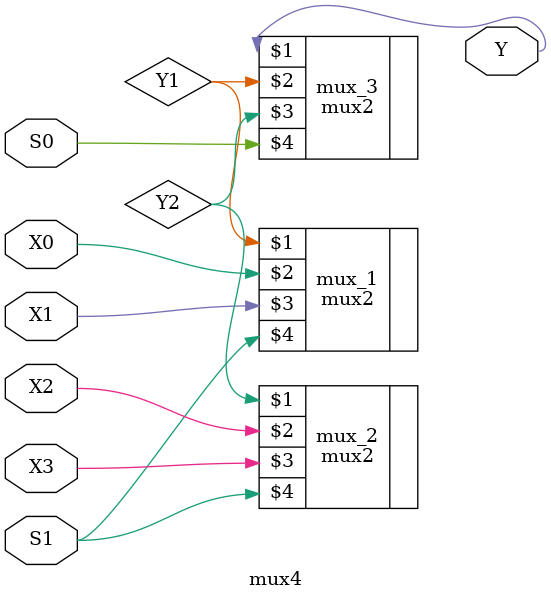
<source format=v>


module mux4(Y,X0,X1,X2,X3,S0,S1);

input X0,X1,X2,X3,S0,S1;
output Y;

wire Y1,Y2;

mux2 mux_1(Y1,X0,X1,S1);//
mux2 mux_2(Y2,X2,X3,S1);//cuyos pines de seleccion estan conectados juntos

mux2 mux_3(Y,Y1,Y2,S0); //selector de mux

endmodule
</source>
